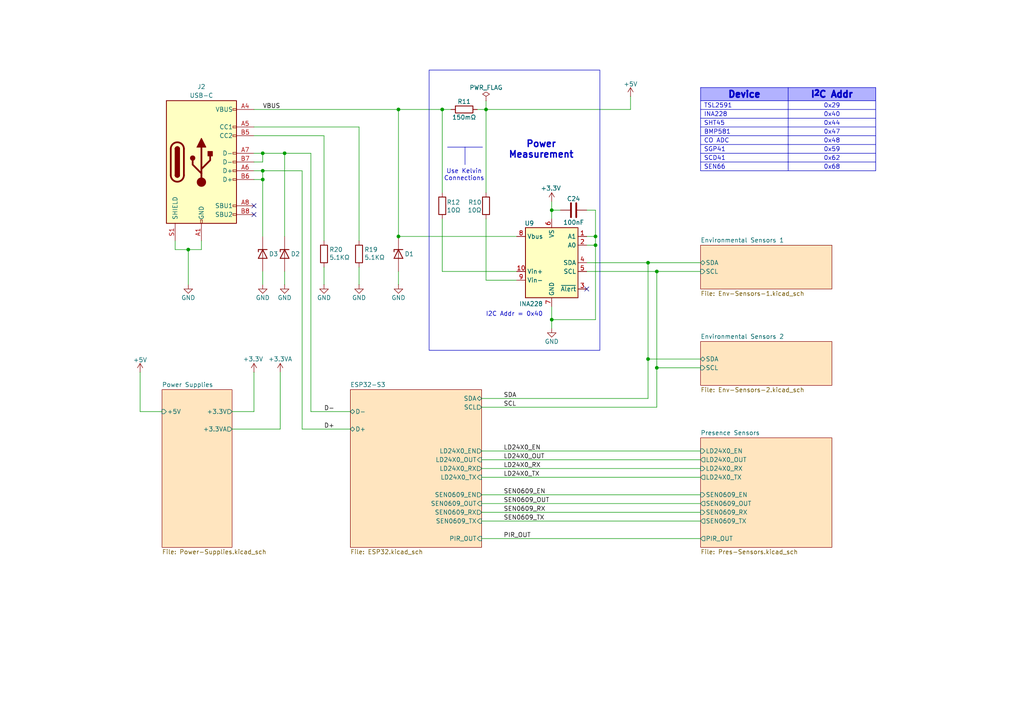
<source format=kicad_sch>
(kicad_sch (version 20250114) (generator "eeschema") (generator_version "9.0")
  (paper "A4")
  (title_block (title "ESPHome Parking Assistant") (date "2025-04-10") (rev "-") (company "Mike Lawrence"))
  (lib_symbols
    (symbol "Connector:USB_C_Receptacle_USB2.0_16P" (pin_names (offset 1.016))
      (property "Reference" "J1" (at 0 21.844 0))
      (property "Value" "TYPE-C-31-M-12" (at 0 19.304 0))
      (symbol "USB_C_Receptacle_USB2.0_16P_0_0"
        (rectangle (start -0.254 -17.78) (end 0.254 -16.764))
        (rectangle (start 10.16 15.494) (end 9.144 14.986))
        (rectangle (start 10.16 10.414) (end 9.144 9.906))
        (rectangle (start 10.16 7.874) (end 9.144 7.366))
        (rectangle (start 10.16 2.794) (end 9.144 2.286))
        (rectangle (start 10.16 0.254) (end 9.144 -0.254))
        (rectangle (start 10.16 -2.286) (end 9.144 -2.794))
        (rectangle (start 10.16 -4.826) (end 9.144 -5.334))
        (rectangle (start 10.16 -12.446) (end 9.144 -12.954))
        (rectangle (start 10.16 -14.986) (end 9.144 -15.494))
      )
      (symbol "USB_C_Receptacle_USB2.0_16P_0_1"
        (rectangle (start -10.16 17.78) (end 10.16 -17.78) (stroke (width 0.254)) (fill (type background)))
        (polyline (pts (xy -8.89 -3.81) (xy -8.89 3.81)) (stroke (width 0.508)))
        (rectangle (start -7.62 -3.81) (end -6.35 3.81) (stroke (width 0.254)) (fill (type outline)))
        (arc (start -7.62 3.81) (mid -6.985 4.4423) (end -6.35 3.81) (stroke (width 0.254)))
        (arc (start -7.62 3.81) (mid -6.985 4.4423) (end -6.35 3.81) (stroke (width 0.254)) (fill (type outline)))
        (arc (start -8.89 3.81) (mid -6.985 5.7067) (end -5.08 3.81) (stroke (width 0.508)))
        (arc (start -5.08 -3.81) (mid -6.985 -5.7067) (end -8.89 -3.81) (stroke (width 0.508)))
        (arc (start -6.35 -3.81) (mid -6.985 -4.4423) (end -7.62 -3.81) (stroke (width 0.254)))
        (arc (start -6.35 -3.81) (mid -6.985 -4.4423) (end -7.62 -3.81) (stroke (width 0.254)) (fill (type outline)))
        (polyline (pts (xy -5.08 3.81) (xy -5.08 -3.81)) (stroke (width 0.508)))
        (circle (center -2.54 1.143) (radius 0.635) (stroke (width 0.254)) (fill (type outline)))
        (polyline (pts (xy -1.27 4.318) (xy 0 6.858) (xy 1.27 4.318) (xy -1.27 4.318)) (stroke (width 0.254)) (fill (type outline)))
        (polyline (pts (xy 0 -2.032) (xy 2.54 0.508) (xy 2.54 1.778)) (stroke (width 0.508)))
        (polyline (pts (xy 0 -3.302) (xy -2.54 -0.762) (xy -2.54 0.508)) (stroke (width 0.508)))
        (polyline (pts (xy 0 -5.842) (xy 0 4.318)) (stroke (width 0.508)))
        (circle (center 0 -5.842) (radius 1.27) (fill (type outline)))
        (rectangle (start 1.905 1.778) (end 3.175 3.048) (stroke (width 0.254)) (fill (type outline)))
      )
      (symbol "USB_C_Receptacle_USB2.0_16P_1_1"
        (pin passive line (at -7.62 -22.86 90) (length 5.08) (name "SHIELD") (number "S1"))
        (pin power_out line (at 0 -22.86 90) (length 5.08) (name "GND") (number "A1"))
        (pin passive line (at 0 -22.86 90) (length 5.08) (hide yes) (name "GND") (number "A12"))
        (pin passive line (at 0 -22.86 90) (length 5.08) (hide yes) (name "GND") (number "B1"))
        (pin passive line (at 0 -22.86 90) (length 5.08) (hide yes) (name "GND") (number "B12"))
        (pin power_out line (at 15.24 15.24 180) (length 5.08) (name "VBUS") (number "A4"))
        (pin passive line (at 15.24 15.24 180) (length 5.08) (hide yes) (name "VBUS") (number "A9"))
        (pin passive line (at 15.24 15.24 180) (length 5.08) (hide yes) (name "VBUS") (number "B4"))
        (pin passive line (at 15.24 15.24 180) (length 5.08) (hide yes) (name "VBUS") (number "B9"))
        (pin bidirectional line (at 15.24 10.16 180) (length 5.08) (name "CC1") (number "A5"))
        (pin bidirectional line (at 15.24 7.62 180) (length 5.08) (name "CC2") (number "B5"))
        (pin bidirectional line (at 15.24 2.54 180) (length 5.08) (name "D-") (number "A7"))
        (pin bidirectional line (at 15.24 0 180) (length 5.08) (name "D-") (number "B7"))
        (pin bidirectional line (at 15.24 -2.54 180) (length 5.08) (name "D+") (number "A6"))
        (pin bidirectional line (at 15.24 -5.08 180) (length 5.08) (name "D+") (number "B6"))
        (pin bidirectional line (at 15.24 -12.7 180) (length 5.08) (name "SBU1") (number "A8"))
        (pin bidirectional line (at 15.24 -15.24 180) (length 5.08) (name "SBU2") (number "B8"))
      )
    )
    (symbol "Device:C" (pin_numbers (hide yes)) (pin_names (offset 0.254))
      (property "Reference" "C" (at 0.635 2.54 0))
      (property "Value" "C" (at 0.635 -2.54 0))
      (symbol "C_0_1"
        (polyline (pts (xy -2.032 0.762) (xy 2.032 0.762)) (stroke (width 0.508)))
        (polyline (pts (xy -2.032 -0.762) (xy 2.032 -0.762)) (stroke (width 0.508)))
      )
      (symbol "C_1_1"
        (pin passive line (at 0 3.81 270) (length 2.794) (name "~") (number "1"))
        (pin passive line (at 0 -3.81 90) (length 2.794) (name "~") (number "2"))
      )
    )
    (symbol "Device:R" (pin_numbers (hide yes)) (pin_names (offset 0))
      (property "Reference" "R" (at 2.032 0 90))
      (property "Value" "R" (at 0 0 90))
      (symbol "R_0_1"
        (rectangle (start -1.016 -2.54) (end 1.016 2.54) (stroke (width 0.254)))
      )
      (symbol "R_1_1"
        (pin passive line (at 0 3.81 270) (length 1.27) (name "~") (number "1"))
        (pin passive line (at 0 -3.81 90) (length 1.27) (name "~") (number "2"))
      )
    )
    (symbol "ESDA25P35-1U1M:ESDA25P35-1U1M" (pin_numbers (hide yes)) (pin_names (offset 1.016))
      (property "Reference" "D" (at -5.0835 2.4159 0))
      (property "Value" "ESDA25P35-1U1M" (at -5.0854 -4.9611 0))
      (symbol "ESDA25P35-1U1M_0_0"
        (polyline (pts (xy -1.27 0) (xy -1.27 1.27)) (stroke (width 0.254)))
        (polyline (pts (xy -1.27 0) (xy 1.27 -1.27)) (stroke (width 0.254)))
        (polyline (pts (xy -1.27 -1.27) (xy -1.27 0)) (stroke (width 0.254)))
        (polyline (pts (xy -0.635 -1.27) (xy -1.27 -1.27)) (stroke (width 0.254)))
        (polyline (pts (xy 1.27 1.27) (xy -1.27 0)) (stroke (width 0.254)))
        (polyline (pts (xy 1.27 -1.27) (xy 1.27 1.27)) (stroke (width 0.254)))
        (pin passive line (at -5.08 0 0) (length 5.08) (name "~") (number "C"))
        (pin passive line (at 5.08 0 180) (length 5.08) (name "~") (number "A"))
      )
    )
    (symbol "ESDA25P35-1U1M_1" (pin_numbers (hide yes)) (pin_names (offset 1.016))
      (property "Reference" "D" (at -5.0835 2.4159 0))
      (property "Value" "ESDA25P35-1U1M" (at -5.0854 -4.9611 0))
      (symbol "ESDA25P35-1U1M_1_0_0"
        (polyline (pts (xy -1.27 0) (xy -1.27 1.27)) (stroke (width 0.254)))
        (polyline (pts (xy -1.27 0) (xy 1.27 -1.27)) (stroke (width 0.254)))
        (polyline (pts (xy -1.27 -1.27) (xy -1.27 0)) (stroke (width 0.254)))
        (polyline (pts (xy -0.635 -1.27) (xy -1.27 -1.27)) (stroke (width 0.254)))
        (polyline (pts (xy 1.27 1.27) (xy -1.27 0)) (stroke (width 0.254)))
        (polyline (pts (xy 1.27 -1.27) (xy 1.27 1.27)) (stroke (width 0.254)))
        (pin passive line (at -5.08 0 0) (length 5.08) (name "~") (number "C"))
        (pin passive line (at 5.08 0 180) (length 5.08) (name "~") (number "A"))
      )
    )
    (symbol "ESDA25P35-1U1M_2" (pin_numbers (hide yes)) (pin_names (offset 1.016))
      (property "Reference" "D" (at -5.0835 2.4159 0))
      (property "Value" "ESDA25P35-1U1M" (at -5.0854 -4.9611 0))
      (symbol "ESDA25P35-1U1M_2_0_0"
        (polyline (pts (xy -1.27 0) (xy -1.27 1.27)) (stroke (width 0.254)))
        (polyline (pts (xy -1.27 0) (xy 1.27 -1.27)) (stroke (width 0.254)))
        (polyline (pts (xy -1.27 -1.27) (xy -1.27 0)) (stroke (width 0.254)))
        (polyline (pts (xy -0.635 -1.27) (xy -1.27 -1.27)) (stroke (width 0.254)))
        (polyline (pts (xy 1.27 1.27) (xy -1.27 0)) (stroke (width 0.254)))
        (polyline (pts (xy 1.27 -1.27) (xy 1.27 1.27)) (stroke (width 0.254)))
        (pin passive line (at -5.08 0 0) (length 5.08) (name "~") (number "C"))
        (pin passive line (at 5.08 0 180) (length 5.08) (name "~") (number "A"))
      )
    )
    (symbol "Sensor_Energy:INA228"
      (property "Reference" "U" (at -6.35 11.43 0))
      (property "Value" "INA228" (at 3.81 11.43 0))
      (symbol "INA228_0_1"
        (rectangle (start 7.62 10.16) (end -7.62 -10.16) (stroke (width 0.254)) (fill (type background)))
      )
      (symbol "INA228_1_1"
        (pin input line (at -10.16 7.62 0) (length 2.54) (name "Vbus") (number "8"))
        (pin input line (at -10.16 -2.54 0) (length 2.54) (name "Vin+") (number "10"))
        (pin input line (at -10.16 -5.08 0) (length 2.54) (name "Vin-") (number "9"))
        (pin power_in line (at 0 12.7 270) (length 2.54) (name "VS") (number "6"))
        (pin power_in line (at 0 -12.7 90) (length 2.54) (name "GND") (number "7"))
        (pin input line (at 10.16 7.62 180) (length 2.54) (name "A1") (number "1"))
        (pin input line (at 10.16 5.08 180) (length 2.54) (name "A0") (number "2"))
        (pin bidirectional line (at 10.16 0 180) (length 2.54) (name "SDA") (number "4"))
        (pin input line (at 10.16 -2.54 180) (length 2.54) (name "SCL") (number "5"))
        (pin open_collector line (at 10.16 -7.62 180) (length 2.54) (name "~{Alert}") (number "3"))
      )
    )
    (symbol "power:+3.3V" (power) (pin_numbers (hide yes)) (pin_names (offset 0) (hide yes))
      (property "Value" "+3.3V" (at 0 3.556 0))
      (symbol "+3.3V_0_1"
        (polyline (pts (xy -0.762 1.27) (xy 0 2.54)))
        (polyline (pts (xy 0 2.54) (xy 0.762 1.27)))
        (polyline (pts (xy 0 0) (xy 0 2.54)))
      )
      (symbol "+3.3V_1_1"
        (pin power_in line (at 0 0 90) (length 0) (name "~") (number "1"))
      )
    )
    (symbol "power:+3.3VA" (power) (pin_numbers (hide yes)) (pin_names (offset 0) (hide yes))
      (property "Value" "+3.3VA" (at 0 3.556 0))
      (symbol "+3.3VA_0_1"
        (polyline (pts (xy -0.762 1.27) (xy 0 2.54)))
        (polyline (pts (xy 0 2.54) (xy 0.762 1.27)))
        (polyline (pts (xy 0 0) (xy 0 2.54)))
      )
      (symbol "+3.3VA_1_1"
        (pin power_in line (at 0 0 90) (length 0) (name "~") (number "1"))
      )
    )
    (symbol "power:GND" (power) (pin_numbers (hide yes)) (pin_names (offset 0) (hide yes))
      (property "Value" "GND" (at 0 -3.81 0))
      (symbol "GND_0_1"
        (polyline (pts (xy 0 0) (xy 0 -1.27) (xy 1.27 -1.27) (xy 0 -2.54) (xy -1.27 -1.27) (xy 0 -1.27)))
      )
      (symbol "GND_1_1"
        (pin power_in line (at 0 0 270) (length 0) (name "~") (number "1"))
      )
    )
    (symbol "power:PWR_FLAG" (power) (pin_numbers (hide yes)) (pin_names (offset 0) (hide yes))
      (property "Value" "PWR_FLAG" (at 0 3.81 0))
      (symbol "PWR_FLAG_0_0"
        (pin power_out line (at 0 0 90) (length 0) (name "~") (number "1"))
      )
      (symbol "PWR_FLAG_0_1"
        (polyline (pts (xy 0 0) (xy 0 1.27) (xy -1.016 1.905) (xy 0 2.54) (xy 1.016 1.905) (xy 0 1.27)))
      )
    )
    (symbol "power:VBUS" (power) (pin_numbers (hide yes)) (pin_names (offset 0) (hide yes))
      (property "Value" "VBUS" (at 0 3.556 0))
      (symbol "VBUS_0_1"
        (polyline (pts (xy -0.762 1.27) (xy 0 2.54)))
        (polyline (pts (xy 0 2.54) (xy 0.762 1.27)))
        (polyline (pts (xy 0 0) (xy 0 2.54)))
      )
      (symbol "VBUS_1_1"
        (pin power_in line (at 0 0 90) (length 0) (name "~") (number "1"))
      )
    )
  )
  (rectangle (start 124.46 20.32) (end 173.99 101.6))
  (text "I2C Addr = 0x40" (at 157.48 91.186 0) (effects (font (size 1.27 1.27) (thickness 0.1588)) (justify right)))
  (text "Power\nMeasurement" (at 156.972 43.434 0) (effects (font (size 1.905 1.905) (thickness 0.381) (bold yes))))
  (text "Use Kelvin\nConnections" (at 134.62 50.8 0) (effects (font (size 1.27 1.27))))
  (junction (at 190.5 106.68))
  (junction (at 82.55 44.45))
  (junction (at 76.2 44.45))
  (junction (at 160.02 60.96))
  (junction (at 115.57 31.75))
  (junction (at 140.97 31.75))
  (junction (at 128.27 31.75))
  (junction (at 115.57 68.58))
  (junction (at 190.5 78.74))
  (junction (at 187.96 76.2))
  (junction (at 160.02 92.71))
  (junction (at 172.72 68.58))
  (junction (at 76.2 52.07))
  (junction (at 172.72 71.12))
  (junction (at 187.96 104.14))
  (junction (at 76.2 49.53))
  (junction (at 54.61 72.39))
  (no_connect (at 73.66 59.69))
  (no_connect (at 170.18 83.82))
  (no_connect (at 73.66 62.23))
  (wire (pts (xy 67.31 124.46) (xy 81.28 124.46)))
  (wire (pts (xy 187.96 104.14) (xy 203.2 104.14)))
  (wire (pts (xy 54.61 72.39) (xy 54.61 82.55)))
  (wire (pts (xy 76.2 78.74) (xy 76.2 82.55)))
  (wire (pts (xy 76.2 49.53) (xy 76.2 52.07)))
  (wire (pts (xy 140.97 81.28) (xy 140.97 63.5)))
  (wire (pts (xy 160.02 60.96) (xy 160.02 63.5)))
  (wire (pts (xy 73.66 119.38) (xy 73.66 107.95)))
  (wire (pts (xy 73.66 44.45) (xy 76.2 44.45)))
  (wire (pts (xy 128.27 55.88) (xy 128.27 31.75)))
  (wire (pts (xy 104.14 36.83) (xy 73.66 36.83)))
  (wire (pts (xy 187.96 76.2) (xy 187.96 104.14)))
  (wire (pts (xy 104.14 77.47) (xy 104.14 82.55)))
  (wire (pts (xy 172.72 60.96) (xy 172.72 68.58)))
  (wire (pts (xy 172.72 92.71) (xy 172.72 71.12)))
  (wire (pts (xy 76.2 44.45) (xy 76.2 46.99)))
  (wire (pts (xy 115.57 31.75) (xy 128.27 31.75)))
  (wire (pts (xy 101.6 119.38) (xy 90.17 119.38)))
  (wire (pts (xy 170.18 76.2) (xy 187.96 76.2)))
  (wire (pts (xy 139.7 143.51) (xy 203.2 143.51)))
  (wire (pts (xy 170.18 68.58) (xy 172.72 68.58)))
  (wire (pts (xy 82.55 44.45) (xy 90.17 44.45)))
  (polyline (pts (xy 129.794 42.672) (xy 134.874 42.672)))
  (wire (pts (xy 190.5 106.68) (xy 203.2 106.68)))
  (wire (pts (xy 139.7 148.59) (xy 203.2 148.59)))
  (wire (pts (xy 54.61 72.39) (xy 58.42 72.39)))
  (wire (pts (xy 160.02 58.42) (xy 160.02 60.96)))
  (polyline (pts (xy 134.874 47.752) (xy 134.874 42.672)))
  (wire (pts (xy 160.02 92.71) (xy 160.02 95.25)))
  (wire (pts (xy 93.98 39.37) (xy 73.66 39.37)))
  (wire (pts (xy 149.86 78.74) (xy 128.27 78.74)))
  (wire (pts (xy 140.97 55.88) (xy 140.97 31.75)))
  (wire (pts (xy 76.2 49.53) (xy 87.63 49.53)))
  (wire (pts (xy 139.7 130.81) (xy 203.2 130.81)))
  (wire (pts (xy 160.02 92.71) (xy 172.72 92.71)))
  (wire (pts (xy 93.98 39.37) (xy 93.98 69.85)))
  (wire (pts (xy 90.17 44.45) (xy 90.17 119.38)))
  (wire (pts (xy 139.7 146.05) (xy 203.2 146.05)))
  (wire (pts (xy 101.6 124.46) (xy 87.63 124.46)))
  (wire (pts (xy 115.57 31.75) (xy 115.57 68.58)))
  (wire (pts (xy 73.66 49.53) (xy 76.2 49.53)))
  (wire (pts (xy 140.97 31.75) (xy 182.88 31.75)))
  (wire (pts (xy 46.99 119.38) (xy 40.64 119.38)))
  (wire (pts (xy 182.88 27.94) (xy 182.88 31.75)))
  (polyline (pts (xy 134.874 42.672) (xy 139.954 42.672)))
  (wire (pts (xy 190.5 106.68) (xy 190.5 118.11)))
  (wire (pts (xy 128.27 78.74) (xy 128.27 63.5)))
  (wire (pts (xy 76.2 52.07) (xy 76.2 68.58)))
  (wire (pts (xy 115.57 68.58) (xy 149.86 68.58)))
  (wire (pts (xy 140.97 29.21) (xy 140.97 31.75)))
  (wire (pts (xy 82.55 68.58) (xy 82.55 44.45)))
  (wire (pts (xy 139.7 156.21) (xy 203.2 156.21)))
  (wire (pts (xy 81.28 107.95) (xy 81.28 124.46)))
  (wire (pts (xy 160.02 88.9) (xy 160.02 92.71)))
  (wire (pts (xy 115.57 78.74) (xy 115.57 82.55)))
  (wire (pts (xy 50.8 72.39) (xy 54.61 72.39)))
  (wire (pts (xy 73.66 52.07) (xy 76.2 52.07)))
  (wire (pts (xy 170.18 71.12) (xy 172.72 71.12)))
  (wire (pts (xy 93.98 77.47) (xy 93.98 82.55)))
  (wire (pts (xy 87.63 124.46) (xy 87.63 49.53)))
  (wire (pts (xy 139.7 135.89) (xy 203.2 135.89)))
  (wire (pts (xy 190.5 78.74) (xy 203.2 78.74)))
  (wire (pts (xy 73.66 31.75) (xy 115.57 31.75)))
  (wire (pts (xy 128.27 31.75) (xy 130.81 31.75)))
  (wire (pts (xy 149.86 81.28) (xy 140.97 81.28)))
  (wire (pts (xy 73.66 46.99) (xy 76.2 46.99)))
  (wire (pts (xy 172.72 68.58) (xy 172.72 71.12)))
  (wire (pts (xy 170.18 78.74) (xy 190.5 78.74)))
  (wire (pts (xy 58.42 69.85) (xy 58.42 72.39)))
  (wire (pts (xy 170.18 60.96) (xy 172.72 60.96)))
  (wire (pts (xy 190.5 78.74) (xy 190.5 106.68)))
  (wire (pts (xy 139.7 133.35) (xy 203.2 133.35)))
  (wire (pts (xy 162.56 60.96) (xy 160.02 60.96)))
  (wire (pts (xy 50.8 69.85) (xy 50.8 72.39)))
  (wire (pts (xy 187.96 76.2) (xy 203.2 76.2)))
  (wire (pts (xy 104.14 36.83) (xy 104.14 69.85)))
  (wire (pts (xy 82.55 44.45) (xy 76.2 44.45)))
  (wire (pts (xy 67.31 119.38) (xy 73.66 119.38)))
  (wire (pts (xy 139.7 138.43) (xy 203.2 138.43)))
  (wire (pts (xy 139.7 118.11) (xy 190.5 118.11)))
  (wire (pts (xy 139.7 151.13) (xy 203.2 151.13)))
  (wire (pts (xy 138.43 31.75) (xy 140.97 31.75)))
  (wire (pts (xy 187.96 104.14) (xy 187.96 115.57)))
  (wire (pts (xy 82.55 78.74) (xy 82.55 82.55)))
  (wire (pts (xy 40.64 107.95) (xy 40.64 119.38)))
  (wire (pts (xy 139.7 115.57) (xy 187.96 115.57)))
  (table (column_count 2) (border (external yes) (header yes) (stroke (width 0.508))) (separators (rows yes) (cols yes) (stroke (width 0.254))) (column_widths 25.4 25.4) (row_heights 3.81 2.54 2.54 2.54 2.54 2.54 2.54 2.54 2.54) (cells (table_cell "Device" (at 203.2 25.4 0) (size 25.4 3.81) (margins 0.9525 0.9525 0.9525 0.9525) (span 1 1) (fill (type color) (color 0 0 255 0.3019607843))) (table_cell "I^{2}C Addr" (at 228.6 25.4 0) (size 25.4 3.81) (margins 0.9525 0.9525 0.9525 0.9525) (span 1 1) (fill (type color) (color 0 0 255 0.3019607843))) (table_cell "TSL2591" (at 203.2 29.21 0) (size 25.4 2.54) (margins 0.9525 0.9525 0.9525 0.9525) (span 1 1)) (table_cell "0x29" (at 228.6 29.21 0) (size 25.4 2.54) (margins 0.9525 0.9525 0.9525 0.9525) (span 1 1)) (table_cell "INA228" (at 203.2 31.75 0) (size 25.4 2.54) (margins 0.9525 0.9525 0.9525 0.9525) (span 1 1)) (table_cell "0x40" (at 228.6 31.75 0) (size 25.4 2.54) (margins 0.9525 0.9525 0.9525 0.9525) (span 1 1)) (table_cell "SHT45" (at 203.2 34.29 0) (size 25.4 2.54) (margins 0.9525 0.9525 0.9525 0.9525) (span 1 1)) (table_cell "0x44" (at 228.6 34.29 0) (size 25.4 2.54) (margins 0.9525 0.9525 0.9525 0.9525) (span 1 1)) (table_cell "BMP581" (at 203.2 36.83 0) (size 25.4 2.54) (margins 0.9525 0.9525 0.9525 0.9525) (span 1 1)) (table_cell "0x47" (at 228.6 36.83 0) (size 25.4 2.54) (margins 0.9525 0.9525 0.9525 0.9525) (span 1 1)) (table_cell "CO ADC" (at 203.2 39.37 0) (size 25.4 2.54) (margins 0.9525 0.9525 0.9525 0.9525) (span 1 1)) (table_cell "0x48" (at 228.6 39.37 0) (size 25.4 2.54) (margins 0.9525 0.9525 0.9525 0.9525) (span 1 1)) (table_cell "SGP41" (at 203.2 41.91 0) (size 25.4 2.54) (margins 0.9525 0.9525 0.9525 0.9525) (span 1 1)) (table_cell "0x59" (at 228.6 41.91 0) (size 25.4 2.54) (margins 0.9525 0.9525 0.9525 0.9525) (span 1 1)) (table_cell "SCD41" (at 203.2 44.45 0) (size 25.4 2.54) (margins 0.9525 0.9525 0.9525 0.9525) (span 1 1)) (table_cell "0x62" (at 228.6 44.45 0) (size 25.4 2.54) (margins 0.9525 0.9525 0.9525 0.9525) (span 1 1)) (table_cell "SEN66" (at 203.2 46.99 0) (size 25.4 2.54) (margins 0.9525 0.9525 0.9525 0.9525) (span 1 1)) (table_cell "0x68" (at 228.6 46.99 0) (size 25.4 2.54) (margins 0.9525 0.9525 0.9525 0.9525) (span 1 1))))
  (label "SEN0609_EN" (at 146.05 143.51 0))
  (label "LD24X0_OUT" (at 146.05 133.35 0))
  (label "VBUS" (at 76.2 31.75 0))
  (label "LD24X0_TX" (at 146.05 138.43 0))
  (label "SCL" (at 146.05 118.11 0))
  (label "SEN0609_RX" (at 146.05 148.59 0))
  (label "D+" (at 93.98 124.46 0))
  (label "LD24X0_EN" (at 146.05 130.81 0))
  (label "SDA" (at 146.05 115.57 0))
  (label "LD24X0_RX" (at 146.05 135.89 0))
  (label "PIR_OUT" (at 146.05 156.21 0))
  (label "D-" (at 93.98 119.38 0))
  (label "SEN0609_TX" (at 146.05 151.13 0))
  (label "SEN0609_OUT" (at 146.05 146.05 0))
  (symbol (lib_id "power:VBUS") (at 182.88 27.94 0) (unit 1)
    (property "Reference" "#PWR01" (effects (hide yes)))
    (property "Value" "+5V" (at 182.88 24.384 0))
    (property "Description" "Power symbol creates a global label with name \"VBUS\"" (effects (hide yes)))
  )
  (symbol (lib_id "Device:R") (at 128.27 59.69 0) (unit 1)
    (property "Reference" "R12" (at 129.54 58.674 0) (effects (justify left)))
    (property "Value" "10Ω" (at 129.54 60.96 0) (effects (justify left)))
    (property "Footprint" "Resistor_SMD:R_0402_1005Metric" (effects (hide yes)))
    (property "Description" "Resistor, 10Ω, 62.5mW, 1%, 0402" (effects (hide yes)))
    (property "Manufacturer" "Vishay / Dale" (effects (hide yes)))
    (property "Part Number" "CRCW040210R0FKEE" (effects (hide yes)))
  )
  (symbol (lib_id "Device:R") (at 93.98 73.66 0) (unit 1)
    (property "Reference" "R20" (at 95.504 72.39 0) (effects (justify left)))
    (property "Value" "5.1KΩ" (at 95.504 74.676 0) (effects (justify left)))
    (property "Footprint" "Resistor_SMD:R_0402_1005Metric" (effects (hide yes)))
    (property "Description" "Resistor, 5.1KΩ, 62.5mW, 1%, 0402" (effects (hide yes)))
    (property "Manufacturer" "Vishay / Dale" (effects (hide yes)))
    (property "Part Number" "CRCW04025K10FKED" (effects (hide yes)))
  )
  (symbol (lib_id "power:GND") (at 115.57 82.55 0) (unit 1)
    (property "Reference" "#PWR08" (effects (hide yes)))
    (property "Value" "GND" (at 115.57 86.36 0))
    (property "Description" "Power symbol creates a global label with name \"GND\" , ground" (effects (hide yes)))
  )
  (symbol (lib_id "Device:R") (at 140.97 59.69 0) (mirror y) (unit 1)
    (property "Reference" "R10" (at 139.7 58.674 0) (effects (justify left)))
    (property "Value" "10Ω" (at 139.7 60.96 0) (effects (justify left)))
    (property "Footprint" "Resistor_SMD:R_0402_1005Metric" (effects (hide yes)))
    (property "Description" "Resistor, 10Ω, 62.5mW, 1%, 0402" (effects (hide yes)))
    (property "Manufacturer" "Vishay / Dale" (effects (hide yes)))
    (property "Part Number" "CRCW040210R0FKEE" (effects (hide yes)))
  )
  (symbol (lib_id "power:GND") (at 76.2 82.55 0) (unit 1)
    (property "Reference" "#PWR04" (effects (hide yes)))
    (property "Value" "GND" (at 76.2 86.36 0))
    (property "Description" "Power symbol creates a global label with name \"GND\" , ground" (effects (hide yes)))
  )
  (symbol (lib_id "Connector:USB_C_Receptacle_USB2.0_16P") (at 58.42 46.99 0) (unit 1)
    (property "Reference" "J2" (at 58.42 25.146 0))
    (property "Value" "USB-C" (at 58.42 27.686 0))
    (property "Footprint" "Connector_USB:USB_C_Receptacle_HRO_TYPE-C-31-M-12" (effects (hide yes)))
    (property "Datasheet" "https://www.usb.org/sites/default/files/documents/usb_type-c.zip" (effects (hide yes)))
    (property "Description" "Connector, USB 2.0, 16P, Type-C, Receptacle" (effects (hide yes)))
    (property "Manufacturer" "Phoenix Contact" (effects (hide yes)))
    (property "Part Number" "1332645" (effects (hide yes)))
  )
  (symbol (lib_id "power:+3.3V") (at 73.66 107.95 0) (unit 1)
    (property "Reference" "#PWR011" (effects (hide yes)))
    (property "Value" "+3.3V" (at 73.406 104.14 0))
    (property "Description" "Power symbol creates a global label with name \"+3.3V\"" (effects (hide yes)))
  )
  (symbol (lib_id "power:+3.3VA") (at 81.28 107.95 0) (unit 1)
    (property "Reference" "#PWR012" (effects (hide yes)))
    (property "Value" "+3.3VA" (at 81.28 104.14 0))
    (property "Description" "Power symbol creates a global label with name \"+3.3VA\"" (effects (hide yes)))
  )
  (symbol (lib_id "power:VBUS") (at 40.64 107.95 0) (unit 1)
    (property "Reference" "#PWR010" (effects (hide yes)))
    (property "Value" "+5V" (at 40.64 104.394 0))
    (property "Description" "Power symbol creates a global label with name \"VBUS\"" (effects (hide yes)))
  )
  (symbol (lib_id "Device:R") (at 104.14 73.66 0) (unit 1)
    (property "Reference" "R19" (at 105.664 72.39 0) (effects (justify left)))
    (property "Value" "5.1KΩ" (at 105.664 74.676 0) (effects (justify left)))
    (property "Footprint" "Resistor_SMD:R_0402_1005Metric" (effects (hide yes)))
    (property "Description" "Resistor, 5.1KΩ, 62.5mW, 1%, 0402" (effects (hide yes)))
    (property "Manufacturer" "Vishay / Dale" (effects (hide yes)))
    (property "Part Number" "CRCW04025K10FKED" (effects (hide yes)))
  )
  (symbol (lib_name "ESDA25P35-1U1M_1") (lib_id "ESDA25P35-1U1M:ESDA25P35-1U1M") (at 115.57 73.66 270) (unit 1)
    (property "Reference" "D1" (at 117.348 73.66 90) (effects (justify left)))
    (property "Value" "ESDA8P80-1U1M" (effects (hide yes)))
    (property "Footprint" "ESDA25P35-1U1M:TVS_ESDA25P35-1U1M" (effects (hide yes)))
    (property "Datasheet" "https://www.st.com/resource/en/datasheet/esda25p35-1u1m.pdf" (effects (hide yes)))
    (property "Description" "TVS, Unidirectional high power, QFN-2" (effects (hide yes)))
    (property "Manufacturer" "STMicroelectronics" (effects (hide yes)))
    (property "Part Number" "ESDA8P80-1U1M" (effects (hide yes)))
  )
  (symbol (lib_id "power:GND") (at 93.98 82.55 0) (unit 1)
    (property "Reference" "#PWR06" (effects (hide yes)))
    (property "Value" "GND" (at 93.98 86.36 0))
    (property "Description" "Power symbol creates a global label with name \"GND\" , ground" (effects (hide yes)))
  )
  (symbol (lib_id "power:GND") (at 104.14 82.55 0) (unit 1)
    (property "Reference" "#PWR07" (effects (hide yes)))
    (property "Value" "GND" (at 104.14 86.36 0))
    (property "Description" "Power symbol creates a global label with name \"GND\" , ground" (effects (hide yes)))
  )
  (symbol (lib_id "ESDA25P35-1U1M:ESDA25P35-1U1M") (at 76.2 73.66 270) (unit 1)
    (property "Reference" "D3" (at 77.978 73.66 90) (effects (justify left)))
    (property "Value" "ESDA8P80-1U1M" (effects (hide yes)))
    (property "Footprint" "ESDA25P35-1U1M:TVS_ESDA25P35-1U1M" (effects (hide yes)))
    (property "Datasheet" "https://www.st.com/resource/en/datasheet/esda25p35-1u1m.pdf" (effects (hide yes)))
    (property "Description" "TVS, Unidirectional high power, QFN-2" (effects (hide yes)))
    (property "Manufacturer" "STMicroelectronics" (effects (hide yes)))
    (property "Part Number" "ESDA8P80-1U1M" (effects (hide yes)))
  )
  (symbol (lib_id "power:PWR_FLAG") (at 140.97 29.21 0) (unit 1)
    (property "Reference" "#FLG01" (effects (hide yes)))
    (property "Value" "PWR_FLAG" (at 140.97 25.4 0))
    (property "Description" "Special symbol for telling ERC where power comes from" (effects (hide yes)))
  )
  (symbol (lib_id "power:+3.3V") (at 160.02 58.42 0) (unit 1)
    (property "Reference" "#PWR02" (effects (hide yes)))
    (property "Value" "+3.3V" (at 159.766 54.61 0))
    (property "Description" "Power symbol creates a global label with name \"+3.3V\"" (effects (hide yes)))
  )
  (symbol (lib_id "power:GND") (at 54.61 82.55 0) (unit 1)
    (property "Reference" "#PWR03" (effects (hide yes)))
    (property "Value" "GND" (at 54.61 86.36 0))
    (property "Description" "Power symbol creates a global label with name \"GND\" , ground" (effects (hide yes)))
  )
  (symbol (lib_id "Sensor_Energy:INA228") (at 160.02 76.2 0) (unit 1)
    (property "Reference" "U9" (at 152.146 64.77 0) (effects (justify left)))
    (property "Value" "INA228" (at 157.48 88.138 0) (effects (justify right)))
    (property "Footprint" "Package_SO:VSSOP-10_3x3mm_P0.5mm" (effects (hide yes)))
    (property "Datasheet" "https://www.ti.com/lit/ds/symlink/ina228.pdf" (effects (hide yes)))
    (property "Description" "IC, High-Side or Low-Side Measurement, Bi-Directional Current and Power Monitor (0-85V) with I2C, SMBus-, and PMBus-Compatible Interface, VSSOP-10" (effects (hide yes)))
    (property "Manufacturer" "Texas Instruments" (effects (hide yes)))
    (property "Part Number" "INA228AIDGSR" (effects (hide yes)))
  )
  (symbol (lib_id "power:GND") (at 82.55 82.55 0) (unit 1)
    (property "Reference" "#PWR05" (effects (hide yes)))
    (property "Value" "GND" (at 82.55 86.36 0))
    (property "Description" "Power symbol creates a global label with name \"GND\" , ground" (effects (hide yes)))
  )
  (symbol (lib_id "Device:C") (at 166.37 60.96 270) (mirror x) (unit 1)
    (property "Reference" "C24" (at 166.37 57.658 90))
    (property "Value" "100nF" (at 166.37 64.516 90))
    (property "Footprint" "Capacitor_SMD:C_0402_1005Metric" (effects (hide yes)))
    (property "Description" "Capacitor, 100nF, MLCC, 50V, X7R, 10%, 0402" (effects (hide yes)))
    (property "Manufacturer" "Samsung" (effects (hide yes)))
    (property "Part Number" "CL05B104KB54PNC" (effects (hide yes)))
  )
  (symbol (lib_id "Device:R") (at 134.62 31.75 90) (mirror x) (unit 1)
    (property "Reference" "R11" (at 134.62 29.464 90))
    (property "Value" "150mΩ" (at 134.62 34.036 90))
    (property "Footprint" "Resistor_SMD:R_1210_3225Metric" (effects (hide yes)))
    (property "Description" "Current Sense Resistor, 150mΩ, 500mW, 1%, 1210" (effects (hide yes)))
    (property "Manufacturer" "Panasonic" (effects (hide yes)))
    (property "Part Number" "ERJ-14BSFR15U" (effects (hide yes)))
  )
  (symbol (lib_id "power:GND") (at 160.02 95.25 0) (unit 1)
    (property "Reference" "#PWR09" (effects (hide yes)))
    (property "Value" "GND" (at 160.02 99.06 0))
    (property "Description" "Power symbol creates a global label with name \"GND\" , ground" (effects (hide yes)))
  )
  (symbol (lib_name "ESDA25P35-1U1M_2") (lib_id "ESDA25P35-1U1M:ESDA25P35-1U1M") (at 82.55 73.66 270) (unit 1)
    (property "Reference" "D2" (at 84.328 73.66 90) (effects (justify left)))
    (property "Value" "ESDA8P80-1U1M" (effects (hide yes)))
    (property "Footprint" "ESDA25P35-1U1M:TVS_ESDA25P35-1U1M" (effects (hide yes)))
    (property "Datasheet" "https://www.st.com/resource/en/datasheet/esda25p35-1u1m.pdf" (effects (hide yes)))
    (property "Description" "TVS, Unidirectional high power, QFN-2" (effects (hide yes)))
    (property "Manufacturer" "STMicroelectronics" (effects (hide yes)))
    (property "Part Number" "ESDA8P80-1U1M" (effects (hide yes)))
  )
  (sheet (at 46.99 113.03) (size 20.32 45.72) (stroke (width 0.1524)) (fill (color 255 229 191 1.0000))
    (property "Sheetname" "Power Supplies" (at 46.99 112.3184 0) (effects (justify left bottom)))
    (property "Sheetfile" "Power-Supplies.kicad_sch" (at 46.99 159.3346 0) (effects (justify left top)))
    (pin "+3.3V" output (at 67.31 119.38 0))
    (pin "+3.3VA" output (at 67.31 124.46 0))
    (pin "+5V" input (at 46.99 119.38 180))
  )
  (sheet (at 203.2 99.06) (size 38.1 12.7) (stroke (width 0.1524)) (fill (color 255 229 191 1.0000))
    (property "Sheetname" "Environmental Sensors 2" (at 203.2 98.3484 0) (effects (justify left bottom)))
    (property "Sheetfile" "Env-Sensors-2.kicad_sch" (at 203.2 112.3446 0) (effects (justify left top)))
    (pin "SCL" input (at 203.2 106.68 180))
    (pin "SDA" bidirectional (at 203.2 104.14 180))
  )
  (sheet (at 203.2 127) (size 38.1 31.75) (stroke (width 0.1524)) (fill (color 255 229 191 1.0000))
    (property "Sheetname" "Presence Sensors" (at 203.2 126.2884 0) (effects (justify left bottom)))
    (property "Sheetfile" "Pres-Sensors.kicad_sch" (at 203.2 159.3346 0) (effects (justify left top)))
    (pin "LD24X0_EN" input (at 203.2 130.81 180))
    (pin "LD24X0_OUT" output (at 203.2 133.35 180))
    (pin "LD24X0_RX" input (at 203.2 135.89 180))
    (pin "LD24X0_TX" output (at 203.2 138.43 180))
    (pin "SEN0609_EN" input (at 203.2 143.51 180))
    (pin "SEN0609_OUT" output (at 203.2 146.05 180))
    (pin "SEN0609_RX" input (at 203.2 148.59 180))
    (pin "SEN0609_TX" output (at 203.2 151.13 180))
    (pin "PIR_OUT" output (at 203.2 156.21 180))
  )
  (sheet (at 101.6 113.03) (size 38.1 45.72) (stroke (width 0.1524)) (fill (color 255 229 191 1.0000))
    (property "Sheetname" "ESP32-S3" (at 101.6 112.3184 0) (effects (justify left bottom)))
    (property "Sheetfile" "ESP32.kicad_sch" (at 101.6 159.3346 0) (effects (justify left top)))
    (pin "SDA" bidirectional (at 139.7 115.57 0))
    (pin "SCL" output (at 139.7 118.11 0))
    (pin "D-" bidirectional (at 101.6 119.38 180))
    (pin "D+" bidirectional (at 101.6 124.46 180))
    (pin "LD24X0_EN" output (at 139.7 130.81 0))
    (pin "LD24X0_OUT" input (at 139.7 133.35 0))
    (pin "LD24X0_RX" output (at 139.7 135.89 0))
    (pin "LD24X0_TX" input (at 139.7 138.43 0))
    (pin "SEN0609_EN" output (at 139.7 143.51 0))
    (pin "SEN0609_OUT" input (at 139.7 146.05 0))
    (pin "SEN0609_RX" output (at 139.7 148.59 0))
    (pin "SEN0609_TX" input (at 139.7 151.13 0))
    (pin "PIR_OUT" input (at 139.7 156.21 0))
  )
  (sheet (at 203.2 71.12) (size 38.1 12.7) (stroke (width 0.1524)) (fill (color 255 229 191 1.0000))
    (property "Sheetname" "Environmental Sensors 1" (at 203.2 70.4084 0) (effects (justify left bottom)))
    (property "Sheetfile" "Env-Sensors-1.kicad_sch" (at 203.2 84.4046 0) (effects (justify left top)))
    (pin "SCL" input (at 203.2 78.74 180))
    (pin "SDA" bidirectional (at 203.2 76.2 180))
  )
)
</source>
